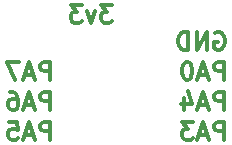
<source format=gbr>
G04 #@! TF.GenerationSoftware,KiCad,Pcbnew,5.0.2+dfsg1-1*
G04 #@! TF.CreationDate,2021-01-04T01:24:12+01:00*
G04 #@! TF.ProjectId,tester,74657374-6572-42e6-9b69-6361645f7063,rev?*
G04 #@! TF.SameCoordinates,Original*
G04 #@! TF.FileFunction,Legend,Bot*
G04 #@! TF.FilePolarity,Positive*
%FSLAX46Y46*%
G04 Gerber Fmt 4.6, Leading zero omitted, Abs format (unit mm)*
G04 Created by KiCad (PCBNEW 5.0.2+dfsg1-1) date Mon 04 Jan 2021 01:24:12 AM CET*
%MOMM*%
%LPD*%
G01*
G04 APERTURE LIST*
%ADD10C,0.300000*%
G04 APERTURE END LIST*
D10*
X9099857Y-1948571D02*
X9099857Y-448571D01*
X8528428Y-448571D01*
X8385571Y-520000D01*
X8314142Y-591428D01*
X8242714Y-734285D01*
X8242714Y-948571D01*
X8314142Y-1091428D01*
X8385571Y-1162857D01*
X8528428Y-1234285D01*
X9099857Y-1234285D01*
X7671285Y-1520000D02*
X6957000Y-1520000D01*
X7814142Y-1948571D02*
X7314142Y-448571D01*
X6814142Y-1948571D01*
X5671285Y-948571D02*
X5671285Y-1948571D01*
X6028428Y-377142D02*
X6385571Y-1448571D01*
X5457000Y-1448571D01*
X8314142Y4560000D02*
X8457000Y4631428D01*
X8671285Y4631428D01*
X8885571Y4560000D01*
X9028428Y4417142D01*
X9099857Y4274285D01*
X9171285Y3988571D01*
X9171285Y3774285D01*
X9099857Y3488571D01*
X9028428Y3345714D01*
X8885571Y3202857D01*
X8671285Y3131428D01*
X8528428Y3131428D01*
X8314142Y3202857D01*
X8242714Y3274285D01*
X8242714Y3774285D01*
X8528428Y3774285D01*
X7599857Y3131428D02*
X7599857Y4631428D01*
X6742714Y3131428D01*
X6742714Y4631428D01*
X6028428Y3131428D02*
X6028428Y4631428D01*
X5671285Y4631428D01*
X5457000Y4560000D01*
X5314142Y4417142D01*
X5242714Y4274285D01*
X5171285Y3988571D01*
X5171285Y3774285D01*
X5242714Y3488571D01*
X5314142Y3345714D01*
X5457000Y3202857D01*
X5671285Y3131428D01*
X6028428Y3131428D01*
X9099857Y591428D02*
X9099857Y2091428D01*
X8528428Y2091428D01*
X8385571Y2020000D01*
X8314142Y1948571D01*
X8242714Y1805714D01*
X8242714Y1591428D01*
X8314142Y1448571D01*
X8385571Y1377142D01*
X8528428Y1305714D01*
X9099857Y1305714D01*
X7671285Y1020000D02*
X6957000Y1020000D01*
X7814142Y591428D02*
X7314142Y2091428D01*
X6814142Y591428D01*
X6028428Y2091428D02*
X5885571Y2091428D01*
X5742714Y2020000D01*
X5671285Y1948571D01*
X5599857Y1805714D01*
X5528428Y1520000D01*
X5528428Y1162857D01*
X5599857Y877142D01*
X5671285Y734285D01*
X5742714Y662857D01*
X5885571Y591428D01*
X6028428Y591428D01*
X6171285Y662857D01*
X6242714Y734285D01*
X6314142Y877142D01*
X6385571Y1162857D01*
X6385571Y1520000D01*
X6314142Y1805714D01*
X6242714Y1948571D01*
X6171285Y2020000D01*
X6028428Y2091428D01*
X9099857Y-4488571D02*
X9099857Y-2988571D01*
X8528428Y-2988571D01*
X8385571Y-3060000D01*
X8314142Y-3131428D01*
X8242714Y-3274285D01*
X8242714Y-3488571D01*
X8314142Y-3631428D01*
X8385571Y-3702857D01*
X8528428Y-3774285D01*
X9099857Y-3774285D01*
X7671285Y-4060000D02*
X6957000Y-4060000D01*
X7814142Y-4488571D02*
X7314142Y-2988571D01*
X6814142Y-4488571D01*
X6457000Y-2988571D02*
X5528428Y-2988571D01*
X6028428Y-3560000D01*
X5814142Y-3560000D01*
X5671285Y-3631428D01*
X5599857Y-3702857D01*
X5528428Y-3845714D01*
X5528428Y-4202857D01*
X5599857Y-4345714D01*
X5671285Y-4417142D01*
X5814142Y-4488571D01*
X6242714Y-4488571D01*
X6385571Y-4417142D01*
X6457000Y-4345714D01*
X-409285Y6917428D02*
X-1337857Y6917428D01*
X-837857Y6346000D01*
X-1052142Y6346000D01*
X-1195000Y6274571D01*
X-1266428Y6203142D01*
X-1337857Y6060285D01*
X-1337857Y5703142D01*
X-1266428Y5560285D01*
X-1195000Y5488857D01*
X-1052142Y5417428D01*
X-623571Y5417428D01*
X-480714Y5488857D01*
X-409285Y5560285D01*
X-1837857Y6417428D02*
X-2194999Y5417428D01*
X-2552142Y6417428D01*
X-2980714Y6917428D02*
X-3909285Y6917428D01*
X-3409285Y6346000D01*
X-3623571Y6346000D01*
X-3766428Y6274571D01*
X-3837857Y6203142D01*
X-3909285Y6060285D01*
X-3909285Y5703142D01*
X-3837857Y5560285D01*
X-3766428Y5488857D01*
X-3623571Y5417428D01*
X-3194999Y5417428D01*
X-3052142Y5488857D01*
X-2980714Y5560285D01*
X-5632142Y591428D02*
X-5632142Y2091428D01*
X-6203571Y2091428D01*
X-6346428Y2020000D01*
X-6417857Y1948571D01*
X-6489285Y1805714D01*
X-6489285Y1591428D01*
X-6417857Y1448571D01*
X-6346428Y1377142D01*
X-6203571Y1305714D01*
X-5632142Y1305714D01*
X-7060714Y1020000D02*
X-7774999Y1020000D01*
X-6917857Y591428D02*
X-7417857Y2091428D01*
X-7917857Y591428D01*
X-8274999Y2091428D02*
X-9275000Y2091428D01*
X-8632142Y591428D01*
X-5632142Y-1948571D02*
X-5632142Y-448571D01*
X-6203571Y-448571D01*
X-6346428Y-520000D01*
X-6417857Y-591428D01*
X-6489285Y-734285D01*
X-6489285Y-948571D01*
X-6417857Y-1091428D01*
X-6346428Y-1162857D01*
X-6203571Y-1234285D01*
X-5632142Y-1234285D01*
X-7060714Y-1520000D02*
X-7774999Y-1520000D01*
X-6917857Y-1948571D02*
X-7417857Y-448571D01*
X-7917857Y-1948571D01*
X-9060714Y-448571D02*
X-8774999Y-448571D01*
X-8632142Y-520000D01*
X-8560714Y-591428D01*
X-8417857Y-805714D01*
X-8346428Y-1091428D01*
X-8346428Y-1662857D01*
X-8417857Y-1805714D01*
X-8489285Y-1877142D01*
X-8632142Y-1948571D01*
X-8917857Y-1948571D01*
X-9060714Y-1877142D01*
X-9132142Y-1805714D01*
X-9203571Y-1662857D01*
X-9203571Y-1305714D01*
X-9132142Y-1162857D01*
X-9060714Y-1091428D01*
X-8917857Y-1020000D01*
X-8632142Y-1020000D01*
X-8489285Y-1091428D01*
X-8417857Y-1162857D01*
X-8346428Y-1305714D01*
X-5632142Y-4488571D02*
X-5632142Y-2988571D01*
X-6203571Y-2988571D01*
X-6346428Y-3060000D01*
X-6417857Y-3131428D01*
X-6489285Y-3274285D01*
X-6489285Y-3488571D01*
X-6417857Y-3631428D01*
X-6346428Y-3702857D01*
X-6203571Y-3774285D01*
X-5632142Y-3774285D01*
X-7060714Y-4060000D02*
X-7774999Y-4060000D01*
X-6917857Y-4488571D02*
X-7417857Y-2988571D01*
X-7917857Y-4488571D01*
X-9132142Y-2988571D02*
X-8417857Y-2988571D01*
X-8346428Y-3702857D01*
X-8417857Y-3631428D01*
X-8560714Y-3560000D01*
X-8917857Y-3560000D01*
X-9060714Y-3631428D01*
X-9132142Y-3702857D01*
X-9203571Y-3845714D01*
X-9203571Y-4202857D01*
X-9132142Y-4345714D01*
X-9060714Y-4417142D01*
X-8917857Y-4488571D01*
X-8560714Y-4488571D01*
X-8417857Y-4417142D01*
X-8346428Y-4345714D01*
M02*

</source>
